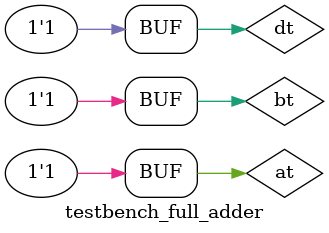
<source format=v>
module testbench_full_adder;

reg at;
reg bt;
reg dt;

wire st;
wire ct;

       full_adder uut(at,bt,dt,st,ct);
        initial
         begin 
                at=0; bt=0; dt=0;
                 #10
                at=0; bt=1; dt=0;
                 #10
                at=1; bt=0; dt=0;
                 #10
                at=1; bt=1; dt=0;
                 #10
                at=0; bt=0; dt=1;
                 #10
                at=0; bt=1; dt=1;
                 #10
                at=1; bt=0; dt=1;
                 #10
                at=1; bt=1; dt=1;

end
endmodule
</source>
